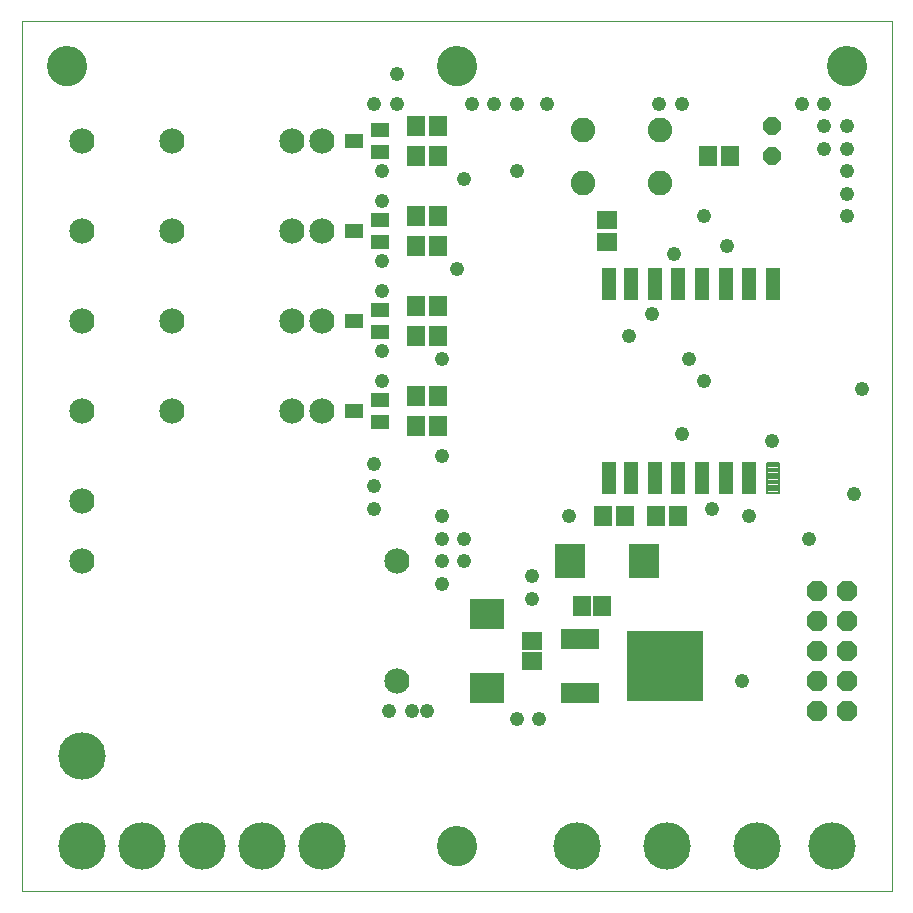
<source format=gts>
G75*
%MOIN*%
%OFA0B0*%
%FSLAX25Y25*%
%IPPOS*%
%LPD*%
%AMOC8*
5,1,8,0,0,1.08239X$1,22.5*
%
%ADD10C,0.00000*%
%ADD11C,0.13398*%
%ADD12R,0.11824X0.10249*%
%ADD13R,0.10249X0.11824*%
%ADD14R,0.06706X0.05918*%
%ADD15R,0.05918X0.06706*%
%ADD16R,0.25209X0.23635*%
%ADD17R,0.12611X0.07099*%
%ADD18OC8,0.06800*%
%ADD19R,0.06312X0.04737*%
%ADD20R,0.05918X0.07099*%
%ADD21C,0.08200*%
%ADD22C,0.08400*%
%ADD23OC8,0.06000*%
%ADD24C,0.15800*%
%ADD25C,0.00805*%
%ADD26R,0.04737X0.10643*%
%ADD27R,0.07099X0.05918*%
%ADD28C,0.04800*%
D10*
X0001000Y0001000D02*
X0291000Y0001000D01*
X0291000Y0291000D01*
X0001000Y0291000D01*
X0001000Y0001000D01*
X0139701Y0016000D02*
X0139703Y0016158D01*
X0139709Y0016316D01*
X0139719Y0016474D01*
X0139733Y0016632D01*
X0139751Y0016789D01*
X0139772Y0016946D01*
X0139798Y0017102D01*
X0139828Y0017258D01*
X0139861Y0017413D01*
X0139899Y0017566D01*
X0139940Y0017719D01*
X0139985Y0017871D01*
X0140034Y0018022D01*
X0140087Y0018171D01*
X0140143Y0018319D01*
X0140203Y0018465D01*
X0140267Y0018610D01*
X0140335Y0018753D01*
X0140406Y0018895D01*
X0140480Y0019035D01*
X0140558Y0019172D01*
X0140640Y0019308D01*
X0140724Y0019442D01*
X0140813Y0019573D01*
X0140904Y0019702D01*
X0140999Y0019829D01*
X0141096Y0019954D01*
X0141197Y0020076D01*
X0141301Y0020195D01*
X0141408Y0020312D01*
X0141518Y0020426D01*
X0141631Y0020537D01*
X0141746Y0020646D01*
X0141864Y0020751D01*
X0141985Y0020853D01*
X0142108Y0020953D01*
X0142234Y0021049D01*
X0142362Y0021142D01*
X0142492Y0021232D01*
X0142625Y0021318D01*
X0142760Y0021402D01*
X0142896Y0021481D01*
X0143035Y0021558D01*
X0143176Y0021630D01*
X0143318Y0021700D01*
X0143462Y0021765D01*
X0143608Y0021827D01*
X0143755Y0021885D01*
X0143904Y0021940D01*
X0144054Y0021991D01*
X0144205Y0022038D01*
X0144357Y0022081D01*
X0144510Y0022120D01*
X0144665Y0022156D01*
X0144820Y0022187D01*
X0144976Y0022215D01*
X0145132Y0022239D01*
X0145289Y0022259D01*
X0145447Y0022275D01*
X0145604Y0022287D01*
X0145763Y0022295D01*
X0145921Y0022299D01*
X0146079Y0022299D01*
X0146237Y0022295D01*
X0146396Y0022287D01*
X0146553Y0022275D01*
X0146711Y0022259D01*
X0146868Y0022239D01*
X0147024Y0022215D01*
X0147180Y0022187D01*
X0147335Y0022156D01*
X0147490Y0022120D01*
X0147643Y0022081D01*
X0147795Y0022038D01*
X0147946Y0021991D01*
X0148096Y0021940D01*
X0148245Y0021885D01*
X0148392Y0021827D01*
X0148538Y0021765D01*
X0148682Y0021700D01*
X0148824Y0021630D01*
X0148965Y0021558D01*
X0149104Y0021481D01*
X0149240Y0021402D01*
X0149375Y0021318D01*
X0149508Y0021232D01*
X0149638Y0021142D01*
X0149766Y0021049D01*
X0149892Y0020953D01*
X0150015Y0020853D01*
X0150136Y0020751D01*
X0150254Y0020646D01*
X0150369Y0020537D01*
X0150482Y0020426D01*
X0150592Y0020312D01*
X0150699Y0020195D01*
X0150803Y0020076D01*
X0150904Y0019954D01*
X0151001Y0019829D01*
X0151096Y0019702D01*
X0151187Y0019573D01*
X0151276Y0019442D01*
X0151360Y0019308D01*
X0151442Y0019172D01*
X0151520Y0019035D01*
X0151594Y0018895D01*
X0151665Y0018753D01*
X0151733Y0018610D01*
X0151797Y0018465D01*
X0151857Y0018319D01*
X0151913Y0018171D01*
X0151966Y0018022D01*
X0152015Y0017871D01*
X0152060Y0017719D01*
X0152101Y0017566D01*
X0152139Y0017413D01*
X0152172Y0017258D01*
X0152202Y0017102D01*
X0152228Y0016946D01*
X0152249Y0016789D01*
X0152267Y0016632D01*
X0152281Y0016474D01*
X0152291Y0016316D01*
X0152297Y0016158D01*
X0152299Y0016000D01*
X0152297Y0015842D01*
X0152291Y0015684D01*
X0152281Y0015526D01*
X0152267Y0015368D01*
X0152249Y0015211D01*
X0152228Y0015054D01*
X0152202Y0014898D01*
X0152172Y0014742D01*
X0152139Y0014587D01*
X0152101Y0014434D01*
X0152060Y0014281D01*
X0152015Y0014129D01*
X0151966Y0013978D01*
X0151913Y0013829D01*
X0151857Y0013681D01*
X0151797Y0013535D01*
X0151733Y0013390D01*
X0151665Y0013247D01*
X0151594Y0013105D01*
X0151520Y0012965D01*
X0151442Y0012828D01*
X0151360Y0012692D01*
X0151276Y0012558D01*
X0151187Y0012427D01*
X0151096Y0012298D01*
X0151001Y0012171D01*
X0150904Y0012046D01*
X0150803Y0011924D01*
X0150699Y0011805D01*
X0150592Y0011688D01*
X0150482Y0011574D01*
X0150369Y0011463D01*
X0150254Y0011354D01*
X0150136Y0011249D01*
X0150015Y0011147D01*
X0149892Y0011047D01*
X0149766Y0010951D01*
X0149638Y0010858D01*
X0149508Y0010768D01*
X0149375Y0010682D01*
X0149240Y0010598D01*
X0149104Y0010519D01*
X0148965Y0010442D01*
X0148824Y0010370D01*
X0148682Y0010300D01*
X0148538Y0010235D01*
X0148392Y0010173D01*
X0148245Y0010115D01*
X0148096Y0010060D01*
X0147946Y0010009D01*
X0147795Y0009962D01*
X0147643Y0009919D01*
X0147490Y0009880D01*
X0147335Y0009844D01*
X0147180Y0009813D01*
X0147024Y0009785D01*
X0146868Y0009761D01*
X0146711Y0009741D01*
X0146553Y0009725D01*
X0146396Y0009713D01*
X0146237Y0009705D01*
X0146079Y0009701D01*
X0145921Y0009701D01*
X0145763Y0009705D01*
X0145604Y0009713D01*
X0145447Y0009725D01*
X0145289Y0009741D01*
X0145132Y0009761D01*
X0144976Y0009785D01*
X0144820Y0009813D01*
X0144665Y0009844D01*
X0144510Y0009880D01*
X0144357Y0009919D01*
X0144205Y0009962D01*
X0144054Y0010009D01*
X0143904Y0010060D01*
X0143755Y0010115D01*
X0143608Y0010173D01*
X0143462Y0010235D01*
X0143318Y0010300D01*
X0143176Y0010370D01*
X0143035Y0010442D01*
X0142896Y0010519D01*
X0142760Y0010598D01*
X0142625Y0010682D01*
X0142492Y0010768D01*
X0142362Y0010858D01*
X0142234Y0010951D01*
X0142108Y0011047D01*
X0141985Y0011147D01*
X0141864Y0011249D01*
X0141746Y0011354D01*
X0141631Y0011463D01*
X0141518Y0011574D01*
X0141408Y0011688D01*
X0141301Y0011805D01*
X0141197Y0011924D01*
X0141096Y0012046D01*
X0140999Y0012171D01*
X0140904Y0012298D01*
X0140813Y0012427D01*
X0140724Y0012558D01*
X0140640Y0012692D01*
X0140558Y0012828D01*
X0140480Y0012965D01*
X0140406Y0013105D01*
X0140335Y0013247D01*
X0140267Y0013390D01*
X0140203Y0013535D01*
X0140143Y0013681D01*
X0140087Y0013829D01*
X0140034Y0013978D01*
X0139985Y0014129D01*
X0139940Y0014281D01*
X0139899Y0014434D01*
X0139861Y0014587D01*
X0139828Y0014742D01*
X0139798Y0014898D01*
X0139772Y0015054D01*
X0139751Y0015211D01*
X0139733Y0015368D01*
X0139719Y0015526D01*
X0139709Y0015684D01*
X0139703Y0015842D01*
X0139701Y0016000D01*
X0139701Y0276000D02*
X0139703Y0276158D01*
X0139709Y0276316D01*
X0139719Y0276474D01*
X0139733Y0276632D01*
X0139751Y0276789D01*
X0139772Y0276946D01*
X0139798Y0277102D01*
X0139828Y0277258D01*
X0139861Y0277413D01*
X0139899Y0277566D01*
X0139940Y0277719D01*
X0139985Y0277871D01*
X0140034Y0278022D01*
X0140087Y0278171D01*
X0140143Y0278319D01*
X0140203Y0278465D01*
X0140267Y0278610D01*
X0140335Y0278753D01*
X0140406Y0278895D01*
X0140480Y0279035D01*
X0140558Y0279172D01*
X0140640Y0279308D01*
X0140724Y0279442D01*
X0140813Y0279573D01*
X0140904Y0279702D01*
X0140999Y0279829D01*
X0141096Y0279954D01*
X0141197Y0280076D01*
X0141301Y0280195D01*
X0141408Y0280312D01*
X0141518Y0280426D01*
X0141631Y0280537D01*
X0141746Y0280646D01*
X0141864Y0280751D01*
X0141985Y0280853D01*
X0142108Y0280953D01*
X0142234Y0281049D01*
X0142362Y0281142D01*
X0142492Y0281232D01*
X0142625Y0281318D01*
X0142760Y0281402D01*
X0142896Y0281481D01*
X0143035Y0281558D01*
X0143176Y0281630D01*
X0143318Y0281700D01*
X0143462Y0281765D01*
X0143608Y0281827D01*
X0143755Y0281885D01*
X0143904Y0281940D01*
X0144054Y0281991D01*
X0144205Y0282038D01*
X0144357Y0282081D01*
X0144510Y0282120D01*
X0144665Y0282156D01*
X0144820Y0282187D01*
X0144976Y0282215D01*
X0145132Y0282239D01*
X0145289Y0282259D01*
X0145447Y0282275D01*
X0145604Y0282287D01*
X0145763Y0282295D01*
X0145921Y0282299D01*
X0146079Y0282299D01*
X0146237Y0282295D01*
X0146396Y0282287D01*
X0146553Y0282275D01*
X0146711Y0282259D01*
X0146868Y0282239D01*
X0147024Y0282215D01*
X0147180Y0282187D01*
X0147335Y0282156D01*
X0147490Y0282120D01*
X0147643Y0282081D01*
X0147795Y0282038D01*
X0147946Y0281991D01*
X0148096Y0281940D01*
X0148245Y0281885D01*
X0148392Y0281827D01*
X0148538Y0281765D01*
X0148682Y0281700D01*
X0148824Y0281630D01*
X0148965Y0281558D01*
X0149104Y0281481D01*
X0149240Y0281402D01*
X0149375Y0281318D01*
X0149508Y0281232D01*
X0149638Y0281142D01*
X0149766Y0281049D01*
X0149892Y0280953D01*
X0150015Y0280853D01*
X0150136Y0280751D01*
X0150254Y0280646D01*
X0150369Y0280537D01*
X0150482Y0280426D01*
X0150592Y0280312D01*
X0150699Y0280195D01*
X0150803Y0280076D01*
X0150904Y0279954D01*
X0151001Y0279829D01*
X0151096Y0279702D01*
X0151187Y0279573D01*
X0151276Y0279442D01*
X0151360Y0279308D01*
X0151442Y0279172D01*
X0151520Y0279035D01*
X0151594Y0278895D01*
X0151665Y0278753D01*
X0151733Y0278610D01*
X0151797Y0278465D01*
X0151857Y0278319D01*
X0151913Y0278171D01*
X0151966Y0278022D01*
X0152015Y0277871D01*
X0152060Y0277719D01*
X0152101Y0277566D01*
X0152139Y0277413D01*
X0152172Y0277258D01*
X0152202Y0277102D01*
X0152228Y0276946D01*
X0152249Y0276789D01*
X0152267Y0276632D01*
X0152281Y0276474D01*
X0152291Y0276316D01*
X0152297Y0276158D01*
X0152299Y0276000D01*
X0152297Y0275842D01*
X0152291Y0275684D01*
X0152281Y0275526D01*
X0152267Y0275368D01*
X0152249Y0275211D01*
X0152228Y0275054D01*
X0152202Y0274898D01*
X0152172Y0274742D01*
X0152139Y0274587D01*
X0152101Y0274434D01*
X0152060Y0274281D01*
X0152015Y0274129D01*
X0151966Y0273978D01*
X0151913Y0273829D01*
X0151857Y0273681D01*
X0151797Y0273535D01*
X0151733Y0273390D01*
X0151665Y0273247D01*
X0151594Y0273105D01*
X0151520Y0272965D01*
X0151442Y0272828D01*
X0151360Y0272692D01*
X0151276Y0272558D01*
X0151187Y0272427D01*
X0151096Y0272298D01*
X0151001Y0272171D01*
X0150904Y0272046D01*
X0150803Y0271924D01*
X0150699Y0271805D01*
X0150592Y0271688D01*
X0150482Y0271574D01*
X0150369Y0271463D01*
X0150254Y0271354D01*
X0150136Y0271249D01*
X0150015Y0271147D01*
X0149892Y0271047D01*
X0149766Y0270951D01*
X0149638Y0270858D01*
X0149508Y0270768D01*
X0149375Y0270682D01*
X0149240Y0270598D01*
X0149104Y0270519D01*
X0148965Y0270442D01*
X0148824Y0270370D01*
X0148682Y0270300D01*
X0148538Y0270235D01*
X0148392Y0270173D01*
X0148245Y0270115D01*
X0148096Y0270060D01*
X0147946Y0270009D01*
X0147795Y0269962D01*
X0147643Y0269919D01*
X0147490Y0269880D01*
X0147335Y0269844D01*
X0147180Y0269813D01*
X0147024Y0269785D01*
X0146868Y0269761D01*
X0146711Y0269741D01*
X0146553Y0269725D01*
X0146396Y0269713D01*
X0146237Y0269705D01*
X0146079Y0269701D01*
X0145921Y0269701D01*
X0145763Y0269705D01*
X0145604Y0269713D01*
X0145447Y0269725D01*
X0145289Y0269741D01*
X0145132Y0269761D01*
X0144976Y0269785D01*
X0144820Y0269813D01*
X0144665Y0269844D01*
X0144510Y0269880D01*
X0144357Y0269919D01*
X0144205Y0269962D01*
X0144054Y0270009D01*
X0143904Y0270060D01*
X0143755Y0270115D01*
X0143608Y0270173D01*
X0143462Y0270235D01*
X0143318Y0270300D01*
X0143176Y0270370D01*
X0143035Y0270442D01*
X0142896Y0270519D01*
X0142760Y0270598D01*
X0142625Y0270682D01*
X0142492Y0270768D01*
X0142362Y0270858D01*
X0142234Y0270951D01*
X0142108Y0271047D01*
X0141985Y0271147D01*
X0141864Y0271249D01*
X0141746Y0271354D01*
X0141631Y0271463D01*
X0141518Y0271574D01*
X0141408Y0271688D01*
X0141301Y0271805D01*
X0141197Y0271924D01*
X0141096Y0272046D01*
X0140999Y0272171D01*
X0140904Y0272298D01*
X0140813Y0272427D01*
X0140724Y0272558D01*
X0140640Y0272692D01*
X0140558Y0272828D01*
X0140480Y0272965D01*
X0140406Y0273105D01*
X0140335Y0273247D01*
X0140267Y0273390D01*
X0140203Y0273535D01*
X0140143Y0273681D01*
X0140087Y0273829D01*
X0140034Y0273978D01*
X0139985Y0274129D01*
X0139940Y0274281D01*
X0139899Y0274434D01*
X0139861Y0274587D01*
X0139828Y0274742D01*
X0139798Y0274898D01*
X0139772Y0275054D01*
X0139751Y0275211D01*
X0139733Y0275368D01*
X0139719Y0275526D01*
X0139709Y0275684D01*
X0139703Y0275842D01*
X0139701Y0276000D01*
X0009701Y0276000D02*
X0009703Y0276158D01*
X0009709Y0276316D01*
X0009719Y0276474D01*
X0009733Y0276632D01*
X0009751Y0276789D01*
X0009772Y0276946D01*
X0009798Y0277102D01*
X0009828Y0277258D01*
X0009861Y0277413D01*
X0009899Y0277566D01*
X0009940Y0277719D01*
X0009985Y0277871D01*
X0010034Y0278022D01*
X0010087Y0278171D01*
X0010143Y0278319D01*
X0010203Y0278465D01*
X0010267Y0278610D01*
X0010335Y0278753D01*
X0010406Y0278895D01*
X0010480Y0279035D01*
X0010558Y0279172D01*
X0010640Y0279308D01*
X0010724Y0279442D01*
X0010813Y0279573D01*
X0010904Y0279702D01*
X0010999Y0279829D01*
X0011096Y0279954D01*
X0011197Y0280076D01*
X0011301Y0280195D01*
X0011408Y0280312D01*
X0011518Y0280426D01*
X0011631Y0280537D01*
X0011746Y0280646D01*
X0011864Y0280751D01*
X0011985Y0280853D01*
X0012108Y0280953D01*
X0012234Y0281049D01*
X0012362Y0281142D01*
X0012492Y0281232D01*
X0012625Y0281318D01*
X0012760Y0281402D01*
X0012896Y0281481D01*
X0013035Y0281558D01*
X0013176Y0281630D01*
X0013318Y0281700D01*
X0013462Y0281765D01*
X0013608Y0281827D01*
X0013755Y0281885D01*
X0013904Y0281940D01*
X0014054Y0281991D01*
X0014205Y0282038D01*
X0014357Y0282081D01*
X0014510Y0282120D01*
X0014665Y0282156D01*
X0014820Y0282187D01*
X0014976Y0282215D01*
X0015132Y0282239D01*
X0015289Y0282259D01*
X0015447Y0282275D01*
X0015604Y0282287D01*
X0015763Y0282295D01*
X0015921Y0282299D01*
X0016079Y0282299D01*
X0016237Y0282295D01*
X0016396Y0282287D01*
X0016553Y0282275D01*
X0016711Y0282259D01*
X0016868Y0282239D01*
X0017024Y0282215D01*
X0017180Y0282187D01*
X0017335Y0282156D01*
X0017490Y0282120D01*
X0017643Y0282081D01*
X0017795Y0282038D01*
X0017946Y0281991D01*
X0018096Y0281940D01*
X0018245Y0281885D01*
X0018392Y0281827D01*
X0018538Y0281765D01*
X0018682Y0281700D01*
X0018824Y0281630D01*
X0018965Y0281558D01*
X0019104Y0281481D01*
X0019240Y0281402D01*
X0019375Y0281318D01*
X0019508Y0281232D01*
X0019638Y0281142D01*
X0019766Y0281049D01*
X0019892Y0280953D01*
X0020015Y0280853D01*
X0020136Y0280751D01*
X0020254Y0280646D01*
X0020369Y0280537D01*
X0020482Y0280426D01*
X0020592Y0280312D01*
X0020699Y0280195D01*
X0020803Y0280076D01*
X0020904Y0279954D01*
X0021001Y0279829D01*
X0021096Y0279702D01*
X0021187Y0279573D01*
X0021276Y0279442D01*
X0021360Y0279308D01*
X0021442Y0279172D01*
X0021520Y0279035D01*
X0021594Y0278895D01*
X0021665Y0278753D01*
X0021733Y0278610D01*
X0021797Y0278465D01*
X0021857Y0278319D01*
X0021913Y0278171D01*
X0021966Y0278022D01*
X0022015Y0277871D01*
X0022060Y0277719D01*
X0022101Y0277566D01*
X0022139Y0277413D01*
X0022172Y0277258D01*
X0022202Y0277102D01*
X0022228Y0276946D01*
X0022249Y0276789D01*
X0022267Y0276632D01*
X0022281Y0276474D01*
X0022291Y0276316D01*
X0022297Y0276158D01*
X0022299Y0276000D01*
X0022297Y0275842D01*
X0022291Y0275684D01*
X0022281Y0275526D01*
X0022267Y0275368D01*
X0022249Y0275211D01*
X0022228Y0275054D01*
X0022202Y0274898D01*
X0022172Y0274742D01*
X0022139Y0274587D01*
X0022101Y0274434D01*
X0022060Y0274281D01*
X0022015Y0274129D01*
X0021966Y0273978D01*
X0021913Y0273829D01*
X0021857Y0273681D01*
X0021797Y0273535D01*
X0021733Y0273390D01*
X0021665Y0273247D01*
X0021594Y0273105D01*
X0021520Y0272965D01*
X0021442Y0272828D01*
X0021360Y0272692D01*
X0021276Y0272558D01*
X0021187Y0272427D01*
X0021096Y0272298D01*
X0021001Y0272171D01*
X0020904Y0272046D01*
X0020803Y0271924D01*
X0020699Y0271805D01*
X0020592Y0271688D01*
X0020482Y0271574D01*
X0020369Y0271463D01*
X0020254Y0271354D01*
X0020136Y0271249D01*
X0020015Y0271147D01*
X0019892Y0271047D01*
X0019766Y0270951D01*
X0019638Y0270858D01*
X0019508Y0270768D01*
X0019375Y0270682D01*
X0019240Y0270598D01*
X0019104Y0270519D01*
X0018965Y0270442D01*
X0018824Y0270370D01*
X0018682Y0270300D01*
X0018538Y0270235D01*
X0018392Y0270173D01*
X0018245Y0270115D01*
X0018096Y0270060D01*
X0017946Y0270009D01*
X0017795Y0269962D01*
X0017643Y0269919D01*
X0017490Y0269880D01*
X0017335Y0269844D01*
X0017180Y0269813D01*
X0017024Y0269785D01*
X0016868Y0269761D01*
X0016711Y0269741D01*
X0016553Y0269725D01*
X0016396Y0269713D01*
X0016237Y0269705D01*
X0016079Y0269701D01*
X0015921Y0269701D01*
X0015763Y0269705D01*
X0015604Y0269713D01*
X0015447Y0269725D01*
X0015289Y0269741D01*
X0015132Y0269761D01*
X0014976Y0269785D01*
X0014820Y0269813D01*
X0014665Y0269844D01*
X0014510Y0269880D01*
X0014357Y0269919D01*
X0014205Y0269962D01*
X0014054Y0270009D01*
X0013904Y0270060D01*
X0013755Y0270115D01*
X0013608Y0270173D01*
X0013462Y0270235D01*
X0013318Y0270300D01*
X0013176Y0270370D01*
X0013035Y0270442D01*
X0012896Y0270519D01*
X0012760Y0270598D01*
X0012625Y0270682D01*
X0012492Y0270768D01*
X0012362Y0270858D01*
X0012234Y0270951D01*
X0012108Y0271047D01*
X0011985Y0271147D01*
X0011864Y0271249D01*
X0011746Y0271354D01*
X0011631Y0271463D01*
X0011518Y0271574D01*
X0011408Y0271688D01*
X0011301Y0271805D01*
X0011197Y0271924D01*
X0011096Y0272046D01*
X0010999Y0272171D01*
X0010904Y0272298D01*
X0010813Y0272427D01*
X0010724Y0272558D01*
X0010640Y0272692D01*
X0010558Y0272828D01*
X0010480Y0272965D01*
X0010406Y0273105D01*
X0010335Y0273247D01*
X0010267Y0273390D01*
X0010203Y0273535D01*
X0010143Y0273681D01*
X0010087Y0273829D01*
X0010034Y0273978D01*
X0009985Y0274129D01*
X0009940Y0274281D01*
X0009899Y0274434D01*
X0009861Y0274587D01*
X0009828Y0274742D01*
X0009798Y0274898D01*
X0009772Y0275054D01*
X0009751Y0275211D01*
X0009733Y0275368D01*
X0009719Y0275526D01*
X0009709Y0275684D01*
X0009703Y0275842D01*
X0009701Y0276000D01*
X0269701Y0276000D02*
X0269703Y0276158D01*
X0269709Y0276316D01*
X0269719Y0276474D01*
X0269733Y0276632D01*
X0269751Y0276789D01*
X0269772Y0276946D01*
X0269798Y0277102D01*
X0269828Y0277258D01*
X0269861Y0277413D01*
X0269899Y0277566D01*
X0269940Y0277719D01*
X0269985Y0277871D01*
X0270034Y0278022D01*
X0270087Y0278171D01*
X0270143Y0278319D01*
X0270203Y0278465D01*
X0270267Y0278610D01*
X0270335Y0278753D01*
X0270406Y0278895D01*
X0270480Y0279035D01*
X0270558Y0279172D01*
X0270640Y0279308D01*
X0270724Y0279442D01*
X0270813Y0279573D01*
X0270904Y0279702D01*
X0270999Y0279829D01*
X0271096Y0279954D01*
X0271197Y0280076D01*
X0271301Y0280195D01*
X0271408Y0280312D01*
X0271518Y0280426D01*
X0271631Y0280537D01*
X0271746Y0280646D01*
X0271864Y0280751D01*
X0271985Y0280853D01*
X0272108Y0280953D01*
X0272234Y0281049D01*
X0272362Y0281142D01*
X0272492Y0281232D01*
X0272625Y0281318D01*
X0272760Y0281402D01*
X0272896Y0281481D01*
X0273035Y0281558D01*
X0273176Y0281630D01*
X0273318Y0281700D01*
X0273462Y0281765D01*
X0273608Y0281827D01*
X0273755Y0281885D01*
X0273904Y0281940D01*
X0274054Y0281991D01*
X0274205Y0282038D01*
X0274357Y0282081D01*
X0274510Y0282120D01*
X0274665Y0282156D01*
X0274820Y0282187D01*
X0274976Y0282215D01*
X0275132Y0282239D01*
X0275289Y0282259D01*
X0275447Y0282275D01*
X0275604Y0282287D01*
X0275763Y0282295D01*
X0275921Y0282299D01*
X0276079Y0282299D01*
X0276237Y0282295D01*
X0276396Y0282287D01*
X0276553Y0282275D01*
X0276711Y0282259D01*
X0276868Y0282239D01*
X0277024Y0282215D01*
X0277180Y0282187D01*
X0277335Y0282156D01*
X0277490Y0282120D01*
X0277643Y0282081D01*
X0277795Y0282038D01*
X0277946Y0281991D01*
X0278096Y0281940D01*
X0278245Y0281885D01*
X0278392Y0281827D01*
X0278538Y0281765D01*
X0278682Y0281700D01*
X0278824Y0281630D01*
X0278965Y0281558D01*
X0279104Y0281481D01*
X0279240Y0281402D01*
X0279375Y0281318D01*
X0279508Y0281232D01*
X0279638Y0281142D01*
X0279766Y0281049D01*
X0279892Y0280953D01*
X0280015Y0280853D01*
X0280136Y0280751D01*
X0280254Y0280646D01*
X0280369Y0280537D01*
X0280482Y0280426D01*
X0280592Y0280312D01*
X0280699Y0280195D01*
X0280803Y0280076D01*
X0280904Y0279954D01*
X0281001Y0279829D01*
X0281096Y0279702D01*
X0281187Y0279573D01*
X0281276Y0279442D01*
X0281360Y0279308D01*
X0281442Y0279172D01*
X0281520Y0279035D01*
X0281594Y0278895D01*
X0281665Y0278753D01*
X0281733Y0278610D01*
X0281797Y0278465D01*
X0281857Y0278319D01*
X0281913Y0278171D01*
X0281966Y0278022D01*
X0282015Y0277871D01*
X0282060Y0277719D01*
X0282101Y0277566D01*
X0282139Y0277413D01*
X0282172Y0277258D01*
X0282202Y0277102D01*
X0282228Y0276946D01*
X0282249Y0276789D01*
X0282267Y0276632D01*
X0282281Y0276474D01*
X0282291Y0276316D01*
X0282297Y0276158D01*
X0282299Y0276000D01*
X0282297Y0275842D01*
X0282291Y0275684D01*
X0282281Y0275526D01*
X0282267Y0275368D01*
X0282249Y0275211D01*
X0282228Y0275054D01*
X0282202Y0274898D01*
X0282172Y0274742D01*
X0282139Y0274587D01*
X0282101Y0274434D01*
X0282060Y0274281D01*
X0282015Y0274129D01*
X0281966Y0273978D01*
X0281913Y0273829D01*
X0281857Y0273681D01*
X0281797Y0273535D01*
X0281733Y0273390D01*
X0281665Y0273247D01*
X0281594Y0273105D01*
X0281520Y0272965D01*
X0281442Y0272828D01*
X0281360Y0272692D01*
X0281276Y0272558D01*
X0281187Y0272427D01*
X0281096Y0272298D01*
X0281001Y0272171D01*
X0280904Y0272046D01*
X0280803Y0271924D01*
X0280699Y0271805D01*
X0280592Y0271688D01*
X0280482Y0271574D01*
X0280369Y0271463D01*
X0280254Y0271354D01*
X0280136Y0271249D01*
X0280015Y0271147D01*
X0279892Y0271047D01*
X0279766Y0270951D01*
X0279638Y0270858D01*
X0279508Y0270768D01*
X0279375Y0270682D01*
X0279240Y0270598D01*
X0279104Y0270519D01*
X0278965Y0270442D01*
X0278824Y0270370D01*
X0278682Y0270300D01*
X0278538Y0270235D01*
X0278392Y0270173D01*
X0278245Y0270115D01*
X0278096Y0270060D01*
X0277946Y0270009D01*
X0277795Y0269962D01*
X0277643Y0269919D01*
X0277490Y0269880D01*
X0277335Y0269844D01*
X0277180Y0269813D01*
X0277024Y0269785D01*
X0276868Y0269761D01*
X0276711Y0269741D01*
X0276553Y0269725D01*
X0276396Y0269713D01*
X0276237Y0269705D01*
X0276079Y0269701D01*
X0275921Y0269701D01*
X0275763Y0269705D01*
X0275604Y0269713D01*
X0275447Y0269725D01*
X0275289Y0269741D01*
X0275132Y0269761D01*
X0274976Y0269785D01*
X0274820Y0269813D01*
X0274665Y0269844D01*
X0274510Y0269880D01*
X0274357Y0269919D01*
X0274205Y0269962D01*
X0274054Y0270009D01*
X0273904Y0270060D01*
X0273755Y0270115D01*
X0273608Y0270173D01*
X0273462Y0270235D01*
X0273318Y0270300D01*
X0273176Y0270370D01*
X0273035Y0270442D01*
X0272896Y0270519D01*
X0272760Y0270598D01*
X0272625Y0270682D01*
X0272492Y0270768D01*
X0272362Y0270858D01*
X0272234Y0270951D01*
X0272108Y0271047D01*
X0271985Y0271147D01*
X0271864Y0271249D01*
X0271746Y0271354D01*
X0271631Y0271463D01*
X0271518Y0271574D01*
X0271408Y0271688D01*
X0271301Y0271805D01*
X0271197Y0271924D01*
X0271096Y0272046D01*
X0270999Y0272171D01*
X0270904Y0272298D01*
X0270813Y0272427D01*
X0270724Y0272558D01*
X0270640Y0272692D01*
X0270558Y0272828D01*
X0270480Y0272965D01*
X0270406Y0273105D01*
X0270335Y0273247D01*
X0270267Y0273390D01*
X0270203Y0273535D01*
X0270143Y0273681D01*
X0270087Y0273829D01*
X0270034Y0273978D01*
X0269985Y0274129D01*
X0269940Y0274281D01*
X0269899Y0274434D01*
X0269861Y0274587D01*
X0269828Y0274742D01*
X0269798Y0274898D01*
X0269772Y0275054D01*
X0269751Y0275211D01*
X0269733Y0275368D01*
X0269719Y0275526D01*
X0269709Y0275684D01*
X0269703Y0275842D01*
X0269701Y0276000D01*
D11*
X0276000Y0276000D03*
X0146000Y0276000D03*
X0016000Y0276000D03*
X0146000Y0016000D03*
D12*
X0156000Y0068598D03*
X0156000Y0093402D03*
D13*
X0183598Y0111000D03*
X0208402Y0111000D03*
D14*
X0171000Y0084346D03*
X0171000Y0077654D03*
D15*
X0187654Y0096000D03*
X0194346Y0096000D03*
D16*
X0215370Y0076000D03*
D17*
X0187102Y0067024D03*
X0187102Y0084976D03*
D18*
X0266000Y0081000D03*
X0266000Y0071000D03*
X0276000Y0071000D03*
X0276000Y0081000D03*
X0276000Y0091000D03*
X0276000Y0101000D03*
X0266000Y0101000D03*
X0266000Y0091000D03*
X0266000Y0061000D03*
X0276000Y0061000D03*
D19*
X0120331Y0157260D03*
X0120331Y0164740D03*
X0111669Y0161000D03*
X0120331Y0187260D03*
X0120331Y0194740D03*
X0111669Y0191000D03*
X0120331Y0217260D03*
X0120331Y0224740D03*
X0111669Y0221000D03*
X0120331Y0247260D03*
X0120331Y0254740D03*
X0111669Y0251000D03*
D20*
X0132260Y0246000D03*
X0139740Y0246000D03*
X0139740Y0256000D03*
X0132260Y0256000D03*
X0132260Y0226000D03*
X0139740Y0226000D03*
X0139740Y0216000D03*
X0132260Y0216000D03*
X0132260Y0196000D03*
X0139740Y0196000D03*
X0139740Y0186000D03*
X0132260Y0186000D03*
X0132260Y0166000D03*
X0139740Y0166000D03*
X0139740Y0156000D03*
X0132260Y0156000D03*
X0194760Y0126000D03*
X0202240Y0126000D03*
X0212260Y0126000D03*
X0219740Y0126000D03*
X0229760Y0246000D03*
X0237240Y0246000D03*
D21*
X0213800Y0237100D03*
X0213800Y0254900D03*
X0188200Y0254900D03*
X0188200Y0237100D03*
D22*
X0101000Y0251000D03*
X0091000Y0251000D03*
X0091000Y0221000D03*
X0101000Y0221000D03*
X0101000Y0191000D03*
X0091000Y0191000D03*
X0091000Y0161000D03*
X0101000Y0161000D03*
X0051000Y0161000D03*
X0051000Y0191000D03*
X0051000Y0221000D03*
X0051000Y0251000D03*
X0021000Y0251000D03*
X0021000Y0221000D03*
X0021000Y0191000D03*
X0021000Y0161000D03*
X0021000Y0131000D03*
X0021000Y0111000D03*
X0126000Y0111000D03*
X0126000Y0071000D03*
D23*
X0251000Y0246000D03*
X0251000Y0256000D03*
D24*
X0021000Y0046000D03*
X0021000Y0016000D03*
X0041000Y0016000D03*
X0061000Y0016000D03*
X0081000Y0016000D03*
X0101000Y0016000D03*
X0186000Y0016000D03*
X0216000Y0016000D03*
X0246000Y0016000D03*
X0271000Y0016000D03*
D25*
X0249369Y0133798D02*
X0249369Y0143636D01*
X0253301Y0143636D01*
X0253301Y0133798D01*
X0249369Y0133798D01*
X0249369Y0134602D02*
X0253301Y0134602D01*
X0253301Y0135406D02*
X0249369Y0135406D01*
X0249369Y0136210D02*
X0253301Y0136210D01*
X0253301Y0137014D02*
X0249369Y0137014D01*
X0249369Y0137818D02*
X0253301Y0137818D01*
X0253301Y0138622D02*
X0249369Y0138622D01*
X0249369Y0139426D02*
X0253301Y0139426D01*
X0253301Y0140230D02*
X0249369Y0140230D01*
X0249369Y0141034D02*
X0253301Y0141034D01*
X0253301Y0141838D02*
X0249369Y0141838D01*
X0249369Y0142642D02*
X0253301Y0142642D01*
X0253301Y0143446D02*
X0249369Y0143446D01*
D26*
X0243461Y0138717D03*
X0235587Y0138717D03*
X0227713Y0138717D03*
X0219839Y0138717D03*
X0211965Y0138717D03*
X0204091Y0138717D03*
X0196591Y0138717D03*
X0196591Y0203283D03*
X0204091Y0203283D03*
X0211965Y0203283D03*
X0219839Y0203283D03*
X0227713Y0203283D03*
X0235587Y0203283D03*
X0243461Y0203283D03*
X0251335Y0203283D03*
D27*
X0196000Y0217260D03*
X0196000Y0224740D03*
D28*
X0218500Y0213500D03*
X0228500Y0226000D03*
X0236000Y0216000D03*
X0211000Y0193500D03*
X0203500Y0186000D03*
X0223500Y0178500D03*
X0228500Y0171000D03*
X0221000Y0153500D03*
X0231000Y0128500D03*
X0243500Y0126000D03*
X0263500Y0118500D03*
X0278500Y0133500D03*
X0251000Y0151000D03*
X0281000Y0168500D03*
X0276000Y0226000D03*
X0276000Y0233500D03*
X0276000Y0241000D03*
X0276000Y0248500D03*
X0276000Y0256000D03*
X0268500Y0256000D03*
X0268500Y0248500D03*
X0268500Y0263500D03*
X0261000Y0263500D03*
X0221000Y0263500D03*
X0213500Y0263500D03*
X0176000Y0263500D03*
X0166000Y0263500D03*
X0158500Y0263500D03*
X0151000Y0263500D03*
X0126000Y0263500D03*
X0118500Y0263500D03*
X0126000Y0273500D03*
X0121000Y0241000D03*
X0121000Y0231000D03*
X0121000Y0211000D03*
X0121000Y0201000D03*
X0121000Y0181000D03*
X0121000Y0171000D03*
X0141000Y0178500D03*
X0146000Y0208500D03*
X0148500Y0238500D03*
X0166000Y0241000D03*
X0141000Y0146000D03*
X0141000Y0126000D03*
X0141000Y0118500D03*
X0141000Y0111000D03*
X0148500Y0111000D03*
X0148500Y0118500D03*
X0141000Y0103500D03*
X0118500Y0128500D03*
X0118500Y0136000D03*
X0118500Y0143500D03*
X0171000Y0106000D03*
X0171000Y0098500D03*
X0183500Y0126000D03*
X0241000Y0071000D03*
X0173500Y0058500D03*
X0166000Y0058500D03*
X0136000Y0061000D03*
X0131000Y0061000D03*
X0123500Y0061000D03*
M02*

</source>
